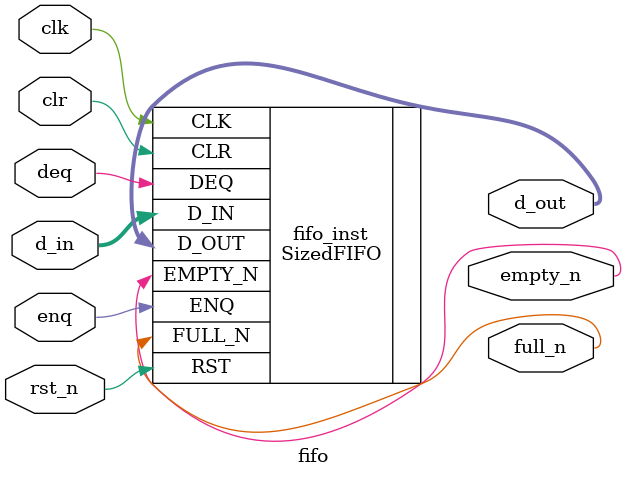
<source format=v>

`define BSV_ASSIGNMENT_DELAY #0
`define BSV_RESET_FIFO_HEAD

module fifo
#(
  parameter DATA_WIDTH = 16,
  parameter FIFO_DEPTH = 3, // You will mostly use depth 2 FIFOs
  parameter COUNTER_WIDTH = 1 
)(
  input clk,
  input rst_n,
  input [DATA_WIDTH - 1 : 0] d_in,
  input enq,
  output full_n,
  output [DATA_WIDTH - 1 : 0] d_out,
  input deq,
  output empty_n,
  input clr
);

  SizedFIFO #(
    .p1width(DATA_WIDTH),
    .p2depth(FIFO_DEPTH),
    .p3cntr_width(COUNTER_WIDTH)) fifo_inst (
    .CLK(clk), 
    .RST(rst_n), // By default this is a synchronous active low reset, but it can be made asynchronous by defining BSV_ASYNC_RESET in SizedFIFO, and it can be made active high by defining BSV_POSITIVE_RESET in SizedFIFO.v
    .D_IN(d_in), 
    .ENQ(enq), 
    .FULL_N(full_n), 
    .D_OUT(d_out), 
    .DEQ(deq), 
    .EMPTY_N(empty_n), 
    .CLR(clr)
  );

endmodule

</source>
